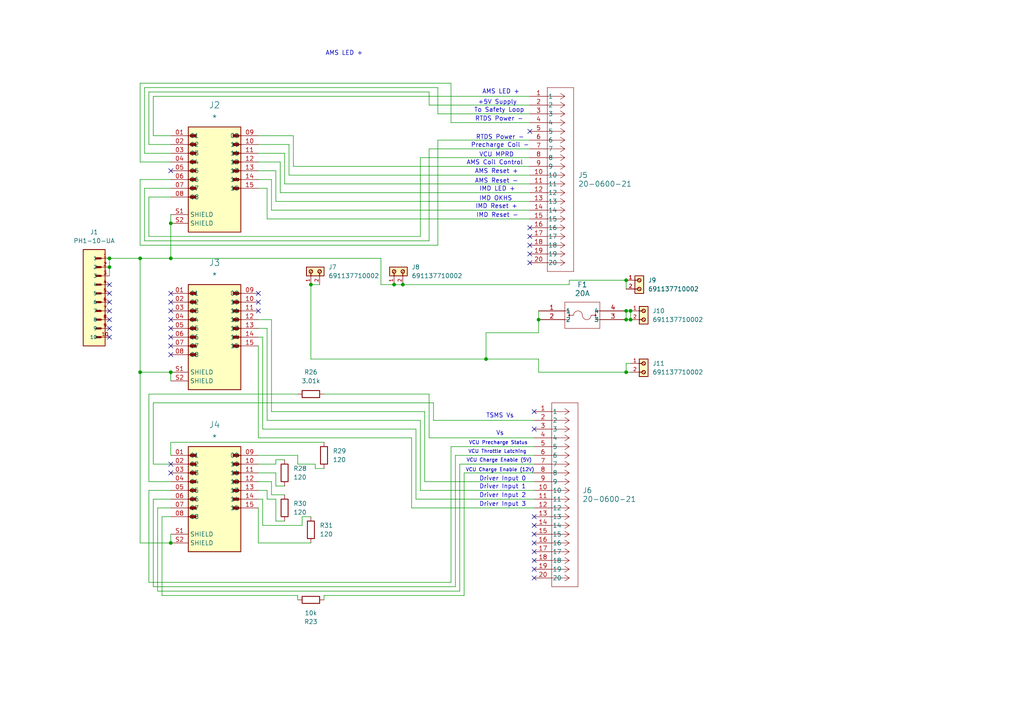
<source format=kicad_sch>
(kicad_sch (version 20231120) (generator "eeschema") (generator_version "8.0")
  (paper "A4")
  (lib_symbols
    (symbol "20-0600-21:20-0600-21" (pin_names (offset 0.254))
      (property "Reference" "J" (at 8.89 6.35 0))
      (property "Value" "20-0600-21" (at 0 0 0))
      (symbol "20-0600-21_1_1"
        (polyline (pts (xy 5.08 -50.8) (xy 12.7 -50.8)) (stroke (width 0.127)))
        (polyline (pts (xy 5.08 2.54) (xy 5.08 -50.8)) (stroke (width 0.127)))
        (polyline (pts (xy 10.16 -48.26) (xy 5.08 -48.26)) (stroke (width 0.127)))
        (polyline (pts (xy 10.16 -48.26) (xy 8.89 -49.1067)) (stroke (width 0.127)))
        (polyline (pts (xy 10.16 -48.26) (xy 8.89 -47.4133)) (stroke (width 0.127)))
        (polyline (pts (xy 10.16 -45.72) (xy 5.08 -45.72)) (stroke (width 0.127)))
        (polyline (pts (xy 10.16 -45.72) (xy 8.89 -46.5667)) (stroke (width 0.127)))
        (polyline (pts (xy 10.16 -45.72) (xy 8.89 -44.8733)) (stroke (width 0.127)))
        (polyline (pts (xy 10.16 -43.18) (xy 5.08 -43.18)) (stroke (width 0.127)))
        (polyline (pts (xy 10.16 -43.18) (xy 8.89 -44.0267)) (stroke (width 0.127)))
        (polyline (pts (xy 10.16 -43.18) (xy 8.89 -42.3333)) (stroke (width 0.127)))
        (polyline (pts (xy 10.16 -40.64) (xy 5.08 -40.64)) (stroke (width 0.127)))
        (polyline (pts (xy 10.16 -40.64) (xy 8.89 -41.4867)) (stroke (width 0.127)))
        (polyline (pts (xy 10.16 -40.64) (xy 8.89 -39.7933)) (stroke (width 0.127)))
        (polyline (pts (xy 10.16 -38.1) (xy 5.08 -38.1)) (stroke (width 0.127)))
        (polyline (pts (xy 10.16 -38.1) (xy 8.89 -38.9467)) (stroke (width 0.127)))
        (polyline (pts (xy 10.16 -38.1) (xy 8.89 -37.2533)) (stroke (width 0.127)))
        (polyline (pts (xy 10.16 -35.56) (xy 5.08 -35.56)) (stroke (width 0.127)))
        (polyline (pts (xy 10.16 -35.56) (xy 8.89 -36.4067)) (stroke (width 0.127)))
        (polyline (pts (xy 10.16 -35.56) (xy 8.89 -34.7133)) (stroke (width 0.127)))
        (polyline (pts (xy 10.16 -33.02) (xy 5.08 -33.02)) (stroke (width 0.127)))
        (polyline (pts (xy 10.16 -33.02) (xy 8.89 -33.8667)) (stroke (width 0.127)))
        (polyline (pts (xy 10.16 -33.02) (xy 8.89 -32.1733)) (stroke (width 0.127)))
        (polyline (pts (xy 10.16 -30.48) (xy 5.08 -30.48)) (stroke (width 0.127)))
        (polyline (pts (xy 10.16 -30.48) (xy 8.89 -31.3267)) (stroke (width 0.127)))
        (polyline (pts (xy 10.16 -30.48) (xy 8.89 -29.6333)) (stroke (width 0.127)))
        (polyline (pts (xy 10.16 -27.94) (xy 5.08 -27.94)) (stroke (width 0.127)))
        (polyline (pts (xy 10.16 -27.94) (xy 8.89 -28.7867)) (stroke (width 0.127)))
        (polyline (pts (xy 10.16 -27.94) (xy 8.89 -27.0933)) (stroke (width 0.127)))
        (polyline (pts (xy 10.16 -25.4) (xy 5.08 -25.4)) (stroke (width 0.127)))
        (polyline (pts (xy 10.16 -25.4) (xy 8.89 -26.2467)) (stroke (width 0.127)))
        (polyline (pts (xy 10.16 -25.4) (xy 8.89 -24.5533)) (stroke (width 0.127)))
        (polyline (pts (xy 10.16 -22.86) (xy 5.08 -22.86)) (stroke (width 0.127)))
        (polyline (pts (xy 10.16 -22.86) (xy 8.89 -23.7067)) (stroke (width 0.127)))
        (polyline (pts (xy 10.16 -22.86) (xy 8.89 -22.0133)) (stroke (width 0.127)))
        (polyline (pts (xy 10.16 -20.32) (xy 5.08 -20.32)) (stroke (width 0.127)))
        (polyline (pts (xy 10.16 -20.32) (xy 8.89 -21.1667)) (stroke (width 0.127)))
        (polyline (pts (xy 10.16 -20.32) (xy 8.89 -19.4733)) (stroke (width 0.127)))
        (polyline (pts (xy 10.16 -17.78) (xy 5.08 -17.78)) (stroke (width 0.127)))
        (polyline (pts (xy 10.16 -17.78) (xy 8.89 -18.6267)) (stroke (width 0.127)))
        (polyline (pts (xy 10.16 -17.78) (xy 8.89 -16.9333)) (stroke (width 0.127)))
        (polyline (pts (xy 10.16 -15.24) (xy 5.08 -15.24)) (stroke (width 0.127)))
        (polyline (pts (xy 10.16 -15.24) (xy 8.89 -16.0867)) (stroke (width 0.127)))
        (polyline (pts (xy 10.16 -15.24) (xy 8.89 -14.3933)) (stroke (width 0.127)))
        (polyline (pts (xy 10.16 -12.7) (xy 5.08 -12.7)) (stroke (width 0.127)))
        (polyline (pts (xy 10.16 -12.7) (xy 8.89 -13.5467)) (stroke (width 0.127)))
        (polyline (pts (xy 10.16 -12.7) (xy 8.89 -11.8533)) (stroke (width 0.127)))
        (polyline (pts (xy 10.16 -10.16) (xy 5.08 -10.16)) (stroke (width 0.127)))
        (polyline (pts (xy 10.16 -10.16) (xy 8.89 -11.0067)) (stroke (width 0.127)))
        (polyline (pts (xy 10.16 -10.16) (xy 8.89 -9.3133)) (stroke (width 0.127)))
        (polyline (pts (xy 10.16 -7.62) (xy 5.08 -7.62)) (stroke (width 0.127)))
        (polyline (pts (xy 10.16 -7.62) (xy 8.89 -8.4667)) (stroke (width 0.127)))
        (polyline (pts (xy 10.16 -7.62) (xy 8.89 -6.7733)) (stroke (width 0.127)))
        (polyline (pts (xy 10.16 -5.08) (xy 5.08 -5.08)) (stroke (width 0.127)))
        (polyline (pts (xy 10.16 -5.08) (xy 8.89 -5.9267)) (stroke (width 0.127)))
        (polyline (pts (xy 10.16 -5.08) (xy 8.89 -4.2333)) (stroke (width 0.127)))
        (polyline (pts (xy 10.16 -2.54) (xy 5.08 -2.54)) (stroke (width 0.127)))
        (polyline (pts (xy 10.16 -2.54) (xy 8.89 -3.3867)) (stroke (width 0.127)))
        (polyline (pts (xy 10.16 -2.54) (xy 8.89 -1.6933)) (stroke (width 0.127)))
        (polyline (pts (xy 10.16 0) (xy 5.08 0)) (stroke (width 0.127)))
        (polyline (pts (xy 10.16 0) (xy 8.89 -0.8467)) (stroke (width 0.127)))
        (polyline (pts (xy 10.16 0) (xy 8.89 0.8467)) (stroke (width 0.127)))
        (polyline (pts (xy 12.7 -50.8) (xy 12.7 2.54)) (stroke (width 0.127)))
        (polyline (pts (xy 12.7 2.54) (xy 5.08 2.54)) (stroke (width 0.127)))
        (pin unspecified line (at 0 0 0) (length 5.08) (name "1") (number "1"))
        (pin unspecified line (at 0 -22.86 0) (length 5.08) (name "10") (number "10"))
        (pin unspecified line (at 0 -25.4 0) (length 5.08) (name "11") (number "11"))
        (pin unspecified line (at 0 -27.94 0) (length 5.08) (name "12") (number "12"))
        (pin unspecified line (at 0 -30.48 0) (length 5.08) (name "13") (number "13"))
        (pin unspecified line (at 0 -33.02 0) (length 5.08) (name "14") (number "14"))
        (pin unspecified line (at 0 -35.56 0) (length 5.08) (name "15") (number "15"))
        (pin unspecified line (at 0 -38.1 0) (length 5.08) (name "16") (number "16"))
        (pin unspecified line (at 0 -40.64 0) (length 5.08) (name "17") (number "17"))
        (pin unspecified line (at 0 -43.18 0) (length 5.08) (name "18") (number "18"))
        (pin unspecified line (at 0 -45.72 0) (length 5.08) (name "19") (number "19"))
        (pin unspecified line (at 0 -2.54 0) (length 5.08) (name "2") (number "2"))
        (pin unspecified line (at 0 -48.26 0) (length 5.08) (name "20") (number "20"))
        (pin unspecified line (at 0 -5.08 0) (length 5.08) (name "3") (number "3"))
        (pin unspecified line (at 0 -7.62 0) (length 5.08) (name "4") (number "4"))
        (pin unspecified line (at 0 -10.16 0) (length 5.08) (name "5") (number "5"))
        (pin unspecified line (at 0 -12.7 0) (length 5.08) (name "6") (number "6"))
        (pin unspecified line (at 0 -15.24 0) (length 5.08) (name "7") (number "7"))
        (pin unspecified line (at 0 -17.78 0) (length 5.08) (name "8") (number "8"))
        (pin unspecified line (at 0 -20.32 0) (length 5.08) (name "9") (number "9"))
      )
      (symbol "20-0600-21_1_2"
        (polyline (pts (xy 5.08 -50.8) (xy 12.7 -50.8)) (stroke (width 0.127)))
        (polyline (pts (xy 5.08 2.54) (xy 5.08 -50.8)) (stroke (width 0.127)))
        (polyline (pts (xy 7.62 -48.26) (xy 5.08 -48.26)) (stroke (width 0.127)))
        (polyline (pts (xy 7.62 -48.26) (xy 8.89 -49.1067)) (stroke (width 0.127)))
        (polyline (pts (xy 7.62 -48.26) (xy 8.89 -47.4133)) (stroke (width 0.127)))
        (polyline (pts (xy 7.62 -45.72) (xy 5.08 -45.72)) (stroke (width 0.127)))
        (polyline (pts (xy 7.62 -45.72) (xy 8.89 -46.5667)) (stroke (width 0.127)))
        (polyline (pts (xy 7.62 -45.72) (xy 8.89 -44.8733)) (stroke (width 0.127)))
        (polyline (pts (xy 7.62 -43.18) (xy 5.08 -43.18)) (stroke (width 0.127)))
        (polyline (pts (xy 7.62 -43.18) (xy 8.89 -44.0267)) (stroke (width 0.127)))
        (polyline (pts (xy 7.62 -43.18) (xy 8.89 -42.3333)) (stroke (width 0.127)))
        (polyline (pts (xy 7.62 -40.64) (xy 5.08 -40.64)) (stroke (width 0.127)))
        (polyline (pts (xy 7.62 -40.64) (xy 8.89 -41.4867)) (stroke (width 0.127)))
        (polyline (pts (xy 7.62 -40.64) (xy 8.89 -39.7933)) (stroke (width 0.127)))
        (polyline (pts (xy 7.62 -38.1) (xy 5.08 -38.1)) (stroke (width 0.127)))
        (polyline (pts (xy 7.62 -38.1) (xy 8.89 -38.9467)) (stroke (width 0.127)))
        (polyline (pts (xy 7.62 -38.1) (xy 8.89 -37.2533)) (stroke (width 0.127)))
        (polyline (pts (xy 7.62 -35.56) (xy 5.08 -35.56)) (stroke (width 0.127)))
        (polyline (pts (xy 7.62 -35.56) (xy 8.89 -36.4067)) (stroke (width 0.127)))
        (polyline (pts (xy 7.62 -35.56) (xy 8.89 -34.7133)) (stroke (width 0.127)))
        (polyline (pts (xy 7.62 -33.02) (xy 5.08 -33.02)) (stroke (width 0.127)))
        (polyline (pts (xy 7.62 -33.02) (xy 8.89 -33.8667)) (stroke (width 0.127)))
        (polyline (pts (xy 7.62 -33.02) (xy 8.89 -32.1733)) (stroke (width 0.127)))
        (polyline (pts (xy 7.62 -30.48) (xy 5.08 -30.48)) (stroke (width 0.127)))
        (polyline (pts (xy 7.62 -30.48) (xy 8.89 -31.3267)) (stroke (width 0.127)))
        (polyline (pts (xy 7.62 -30.48) (xy 8.89 -29.6333)) (stroke (width 0.127)))
        (polyline (pts (xy 7.62 -27.94) (xy 5.08 -27.94)) (stroke (width 0.127)))
        (polyline (pts (xy 7.62 -27.94) (xy 8.89 -28.7867)) (stroke (width 0.127)))
        (polyline (pts (xy 7.62 -27.94) (xy 8.89 -27.0933)) (stroke (width 0.127)))
        (polyline (pts (xy 7.62 -25.4) (xy 5.08 -25.4)) (stroke (width 0.127)))
        (polyline (pts (xy 7.62 -25.4) (xy 8.89 -26.2467)) (stroke (width 0.127)))
        (polyline (pts (xy 7.62 -25.4) (xy 8.89 -24.5533)) (stroke (width 0.127)))
        (polyline (pts (xy 7.62 -22.86) (xy 5.08 -22.86)) (stroke (width 0.127)))
        (polyline (pts (xy 7.62 -22.86) (xy 8.89 -23.7067)) (stroke (width 0.127)))
        (polyline (pts (xy 7.62 -22.86) (xy 8.89 -22.0133)) (stroke (width 0.127)))
        (polyline (pts (xy 7.62 -20.32) (xy 5.08 -20.32)) (stroke (width 0.127)))
        (polyline (pts (xy 7.62 -20.32) (xy 8.89 -21.1667)) (stroke (width 0.127)))
        (polyline (pts (xy 7.62 -20.32) (xy 8.89 -19.4733)) (stroke (width 0.127)))
        (polyline (pts (xy 7.62 -17.78) (xy 5.08 -17.78)) (stroke (width 0.127)))
        (polyline (pts (xy 7.62 -17.78) (xy 8.89 -18.6267)) (stroke (width 0.127)))
        (polyline (pts (xy 7.62 -17.78) (xy 8.89 -16.9333)) (stroke (width 0.127)))
        (polyline (pts (xy 7.62 -15.24) (xy 5.08 -15.24)) (stroke (width 0.127)))
        (polyline (pts (xy 7.62 -15.24) (xy 8.89 -16.0867)) (stroke (width 0.127)))
        (polyline (pts (xy 7.62 -15.24) (xy 8.89 -14.3933)) (stroke (width 0.127)))
        (polyline (pts (xy 7.62 -12.7) (xy 5.08 -12.7)) (stroke (width 0.127)))
        (polyline (pts (xy 7.62 -12.7) (xy 8.89 -13.5467)) (stroke (width 0.127)))
        (polyline (pts (xy 7.62 -12.7) (xy 8.89 -11.8533)) (stroke (width 0.127)))
        (polyline (pts (xy 7.62 -10.16) (xy 5.08 -10.16)) (stroke (width 0.127)))
        (polyline (pts (xy 7.62 -10.16) (xy 8.89 -11.0067)) (stroke (width 0.127)))
        (polyline (pts (xy 7.62 -10.16) (xy 8.89 -9.3133)) (stroke (width 0.127)))
        (polyline (pts (xy 7.62 -7.62) (xy 5.08 -7.62)) (stroke (width 0.127)))
        (polyline (pts (xy 7.62 -7.62) (xy 8.89 -8.4667)) (stroke (width 0.127)))
        (polyline (pts (xy 7.62 -7.62) (xy 8.89 -6.7733)) (stroke (width 0.127)))
        (polyline (pts (xy 7.62 -5.08) (xy 5.08 -5.08)) (stroke (width 0.127)))
        (polyline (pts (xy 7.62 -5.08) (xy 8.89 -5.9267)) (stroke (width 0.127)))
        (polyline (pts (xy 7.62 -5.08) (xy 8.89 -4.2333)) (stroke (width 0.127)))
        (polyline (pts (xy 7.62 -2.54) (xy 5.08 -2.54)) (stroke (width 0.127)))
        (polyline (pts (xy 7.62 -2.54) (xy 8.89 -3.3867)) (stroke (width 0.127)))
        (polyline (pts (xy 7.62 -2.54) (xy 8.89 -1.6933)) (stroke (width 0.127)))
        (polyline (pts (xy 7.62 0) (xy 5.08 0)) (stroke (width 0.127)))
        (polyline (pts (xy 7.62 0) (xy 8.89 -0.8467)) (stroke (width 0.127)))
        (polyline (pts (xy 7.62 0) (xy 8.89 0.8467)) (stroke (width 0.127)))
        (polyline (pts (xy 12.7 -50.8) (xy 12.7 2.54)) (stroke (width 0.127)))
        (polyline (pts (xy 12.7 2.54) (xy 5.08 2.54)) (stroke (width 0.127)))
        (pin unspecified line (at 0 0 0) (length 5.08) (name "1") (number "1"))
        (pin unspecified line (at 0 -22.86 0) (length 5.08) (name "10") (number "10"))
        (pin unspecified line (at 0 -25.4 0) (length 5.08) (name "11") (number "11"))
        (pin unspecified line (at 0 -27.94 0) (length 5.08) (name "12") (number "12"))
        (pin unspecified line (at 0 -30.48 0) (length 5.08) (name "13") (number "13"))
        (pin unspecified line (at 0 -33.02 0) (length 5.08) (name "14") (number "14"))
        (pin unspecified line (at 0 -35.56 0) (length 5.08) (name "15") (number "15"))
        (pin unspecified line (at 0 -38.1 0) (length 5.08) (name "16") (number "16"))
        (pin unspecified line (at 0 -40.64 0) (length 5.08) (name "17") (number "17"))
        (pin unspecified line (at 0 -43.18 0) (length 5.08) (name "18") (number "18"))
        (pin unspecified line (at 0 -45.72 0) (length 5.08) (name "19") (number "19"))
        (pin unspecified line (at 0 -2.54 0) (length 5.08) (name "2") (number "2"))
        (pin unspecified line (at 0 -48.26 0) (length 5.08) (name "20") (number "20"))
        (pin unspecified line (at 0 -5.08 0) (length 5.08) (name "3") (number "3"))
        (pin unspecified line (at 0 -7.62 0) (length 5.08) (name "4") (number "4"))
        (pin unspecified line (at 0 -10.16 0) (length 5.08) (name "5") (number "5"))
        (pin unspecified line (at 0 -12.7 0) (length 5.08) (name "6") (number "6"))
        (pin unspecified line (at 0 -15.24 0) (length 5.08) (name "7") (number "7"))
        (pin unspecified line (at 0 -17.78 0) (length 5.08) (name "8") (number "8"))
        (pin unspecified line (at 0 -20.32 0) (length 5.08) (name "9") (number "9"))
      )
    )
    (symbol "3568:3568" (pin_names (offset 0.254))
      (property "Reference" "F" (at 12.7 7.62 0))
      (property "Value" "3568" (at 12.7 5.08 0))
      (symbol "3568_0_1"
        (polyline (pts (xy 7.62 -5.08) (xy 17.78 -5.08)) (stroke (width 0.127)))
        (polyline (pts (xy 7.62 -2.54) (xy 8.89 -2.54)) (stroke (width 0.127)))
        (polyline (pts (xy 7.62 0) (xy 8.89 0)) (stroke (width 0.127)))
        (polyline (pts (xy 7.62 2.54) (xy 7.62 -5.08)) (stroke (width 0.127)))
        (polyline (pts (xy 8.89 -1.27) (xy 10.16 -1.27)) (stroke (width 0.127)))
        (polyline (pts (xy 8.89 0) (xy 8.89 -2.54)) (stroke (width 0.127)))
        (polyline (pts (xy 15.24 -1.27) (xy 16.51 -1.27)) (stroke (width 0.127)))
        (polyline (pts (xy 16.51 -2.54) (xy 16.51 0)) (stroke (width 0.127)))
        (polyline (pts (xy 16.51 0) (xy 17.78 0)) (stroke (width 0.127)))
        (polyline (pts (xy 17.78 -5.08) (xy 17.78 2.54)) (stroke (width 0.127)))
        (polyline (pts (xy 17.78 -2.54) (xy 16.51 -2.54)) (stroke (width 0.127)))
        (polyline (pts (xy 17.78 2.54) (xy 7.62 2.54)) (stroke (width 0.127)))
        (circle (center 8.89 -1.27) (radius 0.127) (stroke (width 0.254)))
        (arc (start 12.7 -1.27) (mid 11.43 -0.0055) (end 10.16 -1.27) (stroke (width 0.127)))
        (arc (start 12.7 -1.27) (mid 13.97 -2.5344) (end 15.24 -1.27) (stroke (width 0.127)))
        (circle (center 16.51 -1.27) (radius 0.127) (stroke (width 0.254)))
        (pin unspecified line (at 0 0 0) (length 7.62) (name "1") (number "1"))
        (pin unspecified line (at 0 -2.54 0) (length 7.62) (name "2") (number "2"))
        (pin unspecified line (at 25.4 -2.54 180) (length 7.62) (name "3") (number "3"))
        (pin unspecified line (at 25.4 0 180) (length 7.62) (name "4") (number "4"))
      )
    )
    (symbol "691137710002:691137710002" (pin_names (offset 1.016))
      (property "Reference" "J" (at -4.88 -0.922 0))
      (symbol "691137710002_0_0"
        (rectangle (start -3.81 -2.54) (end 1.27 0) (stroke (width 0.254)) (fill (type background)))
        (circle (center -2.54 -1.27) (radius 0.508) (stroke (width 0.254)))
        (circle (center 0 -1.27) (radius 0.508) (stroke (width 0.254)))
        (polyline (pts (xy -2.54 -1.778) (xy -2.54 -2.54)) (stroke (width 0.254)))
        (polyline (pts (xy -2.286 -1.016) (xy -2.794 -1.524)) (stroke (width 0.1524)))
        (polyline (pts (xy 0 -1.778) (xy 0 -2.54)) (stroke (width 0.254)))
        (polyline (pts (xy 0.254 -1.016) (xy -0.254 -1.524)) (stroke (width 0.1524)))
        (pin passive line (at -2.54 -5.08 90) (length 2.54) (name "~") (number "1"))
        (pin passive line (at 0 -5.08 90) (length 2.54) (name "~") (number "2"))
      )
    )
    (symbol "Device:R" (pin_numbers hide) (pin_names (offset 0))
      (property "Reference" "R" (at 2.032 0 90))
      (property "Value" "R" (at 0 0 90))
      (symbol "R_0_1"
        (rectangle (start -1.016 -2.54) (end 1.016 2.54) (stroke (width 0.254)))
      )
      (symbol "R_1_1"
        (pin passive line (at 0 3.81 270) (length 1.27) (name "~") (number "1"))
        (pin passive line (at 0 -3.81 90) (length 1.27) (name "~") (number "2"))
      )
    )
    (symbol "L717SDA15P1ACH4F:L717SDA15P1ACH4F"
      (property "Reference" "J" (at -1.27 1.27 0))
      (property "Value" "*" (at -1.27 -3.81 0))
      (symbol "L717SDA15P1ACH4F_1_0"
        (rectangle (start -5.398 -7.303) (end -6.985 -7.938) (stroke (width 0.254)) (fill (type outline)))
        (rectangle (start -5.398 -4.763) (end -6.985 -5.398) (stroke (width 0.254)) (fill (type outline)))
        (rectangle (start -5.398 -2.223) (end -6.985 -2.858) (stroke (width 0.254)) (fill (type outline)))
        (rectangle (start -5.398 0.318) (end -6.985 -0.318) (stroke (width 0.254)) (fill (type outline)))
        (rectangle (start -5.398 2.858) (end -6.985 2.223) (stroke (width 0.254)) (fill (type outline)))
        (rectangle (start -5.398 5.398) (end -6.985 4.763) (stroke (width 0.254)) (fill (type outline)))
        (rectangle (start -5.398 7.938) (end -6.985 7.303) (stroke (width 0.254)) (fill (type outline)))
        (rectangle (start -5.398 10.478) (end -6.985 9.843) (stroke (width 0.254)) (fill (type outline)))
        (polyline (pts (xy -7.62 -7.62) (xy -5.715 -7.62)) (stroke (width 0.254)))
        (polyline (pts (xy -7.62 -5.08) (xy -5.715 -5.08)) (stroke (width 0.254)))
        (polyline (pts (xy -7.62 -2.54) (xy -5.715 -2.54)) (stroke (width 0.254)))
        (polyline (pts (xy -7.62 0) (xy -5.715 0)) (stroke (width 0.254)))
        (polyline (pts (xy -7.62 2.54) (xy -5.715 2.54)) (stroke (width 0.254)))
        (polyline (pts (xy -7.62 5.08) (xy -5.715 5.08)) (stroke (width 0.254)))
        (polyline (pts (xy -7.62 7.62) (xy -5.715 7.62)) (stroke (width 0.254)))
        (polyline (pts (xy -7.62 10.16) (xy -5.715 10.16)) (stroke (width 0.254)))
        (polyline (pts (xy 7.62 -5.08) (xy 5.715 -5.08)) (stroke (width 0.254)))
        (polyline (pts (xy 7.62 -2.54) (xy 5.715 -2.54)) (stroke (width 0.254)))
        (polyline (pts (xy 7.62 0) (xy 5.715 0)) (stroke (width 0.254)))
        (polyline (pts (xy 7.62 2.54) (xy 5.715 2.54)) (stroke (width 0.254)))
        (polyline (pts (xy 7.62 5.08) (xy 5.715 5.08)) (stroke (width 0.254)))
        (polyline (pts (xy 7.62 7.62) (xy 5.715 7.62)) (stroke (width 0.254)))
        (polyline (pts (xy 7.62 10.16) (xy 5.715 10.16)) (stroke (width 0.254)))
        (rectangle (start 5.398 -5.398) (end 6.985 -4.763) (stroke (width 0.254)) (fill (type outline)))
        (rectangle (start 5.398 -2.858) (end 6.985 -2.223) (stroke (width 0.254)) (fill (type outline)))
        (rectangle (start 5.398 -0.318) (end 6.985 0.318) (stroke (width 0.254)) (fill (type outline)))
        (rectangle (start 5.398 2.223) (end 6.985 2.858) (stroke (width 0.254)) (fill (type outline)))
        (rectangle (start 5.398 4.763) (end 6.985 5.398) (stroke (width 0.254)) (fill (type outline)))
        (rectangle (start 5.398 7.303) (end 6.985 7.938) (stroke (width 0.254)) (fill (type outline)))
        (rectangle (start 5.398 9.843) (end 6.985 10.478) (stroke (width 0.254)) (fill (type outline)))
        (rectangle (start 7.62 12.7) (end -7.62 -17.78) (stroke (width 0.254) (color 128 0 0 1)) (fill (type background)))
        (pin passive line (at -12.7 10.16 0) (length 5.08) (name "01") (number "01"))
        (pin passive line (at -12.7 7.62 0) (length 5.08) (name "02") (number "02"))
        (pin passive line (at -12.7 5.08 0) (length 5.08) (name "03") (number "03"))
        (pin passive line (at -12.7 2.54 0) (length 5.08) (name "04") (number "04"))
        (pin passive line (at -12.7 0 0) (length 5.08) (name "05") (number "05"))
        (pin passive line (at -12.7 -2.54 0) (length 5.08) (name "06") (number "06"))
        (pin passive line (at -12.7 -5.08 0) (length 5.08) (name "07") (number "07"))
        (pin passive line (at -12.7 -7.62 0) (length 5.08) (name "08") (number "08"))
        (pin passive line (at 12.7 10.16 180) (length 5.08) (name "09") (number "09"))
        (pin passive line (at 12.7 7.62 180) (length 5.08) (name "10") (number "10"))
        (pin passive line (at 12.7 5.08 180) (length 5.08) (name "11") (number "11"))
        (pin passive line (at 12.7 2.54 180) (length 5.08) (name "12") (number "12"))
        (pin passive line (at 12.7 0 180) (length 5.08) (name "13") (number "13"))
        (pin passive line (at 12.7 -2.54 180) (length 5.08) (name "14") (number "14"))
        (pin passive line (at 12.7 -5.08 180) (length 5.08) (name "15") (number "15"))
        (pin passive line (at -12.7 -12.7 0) (length 5.08) (name "SHIELD") (number "S1"))
        (pin passive line (at -12.7 -15.24 0) (length 5.08) (name "SHIELD") (number "S2"))
      )
    )
    (symbol "PH1-10-UA:PH1-10-UA" (pin_names (offset 1.016))
      (property "Reference" "J" (at 0 28.448 0))
      (property "Value" "PH1-10-UA" (at 0 0 0))
      (symbol "PH1-10-UA_0_0"
        (polyline (pts (xy 3.81 2.54) (xy 5.08 2.54)) (stroke (width 0.6096)))
        (polyline (pts (xy 3.81 5.08) (xy 5.08 5.08)) (stroke (width 0.6096)))
        (polyline (pts (xy 3.81 7.62) (xy 5.08 7.62)) (stroke (width 0.6096)))
        (polyline (pts (xy 3.81 10.16) (xy 5.08 10.16)) (stroke (width 0.6096)))
        (polyline (pts (xy 3.81 12.7) (xy 5.08 12.7)) (stroke (width 0.6096)))
        (polyline (pts (xy 3.81 15.24) (xy 5.08 15.24)) (stroke (width 0.6096)))
        (polyline (pts (xy 3.81 17.78) (xy 5.08 17.78)) (stroke (width 0.6096)))
        (polyline (pts (xy 3.81 20.32) (xy 5.08 20.32)) (stroke (width 0.6096)))
        (polyline (pts (xy 3.81 22.86) (xy 5.08 22.86)) (stroke (width 0.6096)))
        (polyline (pts (xy 3.81 25.4) (xy 5.08 25.4)) (stroke (width 0.6096)))
        (rectangle (start 0 0) (end 6.35 27.94) (stroke (width 0.254)) (fill (type background)))
        (pin passive line (at 7.62 25.4 180) (length 2.54) (name "1") (number "1"))
        (pin passive line (at 7.62 2.54 180) (length 2.54) (name "10") (number "10"))
        (pin passive line (at 7.62 22.86 180) (length 2.54) (name "2") (number "2"))
        (pin passive line (at 7.62 20.32 180) (length 2.54) (name "3") (number "3"))
        (pin passive line (at 7.62 17.78 180) (length 2.54) (name "4") (number "4"))
        (pin passive line (at 7.62 15.24 180) (length 2.54) (name "5") (number "5"))
        (pin passive line (at 7.62 12.7 180) (length 2.54) (name "6") (number "6"))
        (pin passive line (at 7.62 10.16 180) (length 2.54) (name "7") (number "7"))
        (pin passive line (at 7.62 7.62 180) (length 2.54) (name "8") (number "8"))
        (pin passive line (at 7.62 5.08 180) (length 2.54) (name "9") (number "9"))
      )
    )
  )
  (junction (at 90.17 82.55))
  (junction (at 49.53 74.93))
  (junction (at 181.61 90.17))
  (junction (at 31.75 74.93))
  (junction (at 114.3 82.55))
  (junction (at 182.88 90.17))
  (junction (at 181.61 107.95))
  (junction (at 156.21 92.71))
  (junction (at 140.97 104.14))
  (junction (at 49.53 157.48))
  (junction (at 116.84 82.55))
  (junction (at 40.64 74.93))
  (junction (at 181.61 81.28))
  (junction (at 40.64 107.95))
  (junction (at 49.53 64.77))
  (junction (at 181.61 92.71))
  (junction (at 49.53 107.95))
  (junction (at 182.88 92.71))
  (junction (at 31.75 77.47))
  (no_connect (at 153.67 38.1))
  (no_connect (at 153.67 68.58))
  (no_connect (at 49.53 100.33))
  (no_connect (at 31.75 95.25))
  (no_connect (at 49.53 85.09))
  (no_connect (at 49.53 90.17))
  (no_connect (at 153.67 76.2))
  (no_connect (at 74.93 87.63))
  (no_connect (at 31.75 97.79))
  (no_connect (at 74.93 90.17))
  (no_connect (at 154.94 157.48))
  (no_connect (at 49.53 87.63))
  (no_connect (at 49.53 134.62))
  (no_connect (at 74.93 85.09))
  (no_connect (at 31.75 92.71))
  (no_connect (at 31.75 87.63))
  (no_connect (at 49.53 92.71))
  (no_connect (at 49.53 95.25))
  (no_connect (at 154.94 149.86))
  (no_connect (at 153.67 71.12))
  (no_connect (at 31.75 85.09))
  (no_connect (at 154.94 154.94))
  (no_connect (at 153.67 73.66))
  (no_connect (at 154.94 165.1))
  (no_connect (at 49.53 137.16))
  (no_connect (at 153.67 66.04))
  (no_connect (at 154.94 160.02))
  (no_connect (at 154.94 152.4))
  (no_connect (at 154.94 167.64))
  (no_connect (at 49.53 49.53))
  (no_connect (at 31.75 90.17))
  (no_connect (at 31.75 82.55))
  (no_connect (at 49.53 97.79))
  (no_connect (at 154.94 119.38))
  (no_connect (at 154.94 124.46))
  (no_connect (at 49.53 102.87))
  (no_connect (at 154.94 162.56))
  (wire (pts (xy 74.93 142.24) (xy 77.47 142.24)))
  (wire (pts (xy 124.46 127) (xy 154.94 127)))
  (wire (pts (xy 40.64 74.93) (xy 40.64 107.95)))
  (wire (pts (xy 76.2 97.79) (xy 76.2 124.46)))
  (wire (pts (xy 49.53 74.93) (xy 40.64 74.93)))
  (wire (pts (xy 74.93 54.61) (xy 77.47 54.61)))
  (wire (pts (xy 121.92 45.72) (xy 153.67 45.72)))
  (wire (pts (xy 41.91 44.45) (xy 41.91 25.4)))
  (wire (pts (xy 49.53 39.37) (xy 44.45 39.37)))
  (wire (pts (xy 74.93 137.16) (xy 80.01 137.16)))
  (wire (pts (xy 127 40.64) (xy 153.67 40.64)))
  (wire (pts (xy 74.93 144.78) (xy 76.2 144.78)))
  (wire (pts (xy 77.47 95.25) (xy 77.47 121.92)))
  (wire (pts (xy 74.93 41.91) (xy 83.82 41.91)))
  (wire (pts (xy 181.61 107.95) (xy 182.88 107.95)))
  (wire (pts (xy 74.93 95.25) (xy 77.47 95.25)))
  (wire (pts (xy 41.91 54.61) (xy 41.91 69.85)))
  (wire (pts (xy 165.1 81.28) (xy 181.61 81.28)))
  (wire (pts (xy 43.18 57.15) (xy 43.18 68.58)))
  (wire (pts (xy 127 33.02) (xy 153.67 33.02)))
  (wire (pts (xy 74.93 97.79) (xy 76.2 97.79)))
  (wire (pts (xy 124.46 69.85) (xy 124.46 43.18)))
  (wire (pts (xy 40.64 46.99) (xy 40.64 24.13)))
  (wire (pts (xy 181.61 105.41) (xy 182.88 105.41)))
  (wire (pts (xy 78.74 119.38) (xy 123.19 119.38)))
  (wire (pts (xy 49.53 64.77) (xy 49.53 74.93)))
  (wire (pts (xy 86.36 172.72) (xy 86.36 173.99)))
  (wire (pts (xy 87.63 149.86) (xy 90.17 149.86)))
  (wire (pts (xy 49.53 46.99) (xy 40.64 46.99)))
  (wire (pts (xy 41.91 25.4) (xy 127 25.4)))
  (wire (pts (xy 130.81 24.13) (xy 130.81 35.56)))
  (wire (pts (xy 74.93 52.07) (xy 78.74 52.07)))
  (wire (pts (xy 78.74 52.07) (xy 78.74 60.96)))
  (wire (pts (xy 124.46 30.48) (xy 153.67 30.48)))
  (wire (pts (xy 49.53 149.86) (xy 46.99 149.86)))
  (wire (pts (xy 93.98 172.72) (xy 93.98 173.99)))
  (wire (pts (xy 110.49 82.55) (xy 110.49 74.93)))
  (wire (pts (xy 49.53 107.95) (xy 49.53 110.49)))
  (wire (pts (xy 153.67 53.34) (xy 82.55 53.34)))
  (wire (pts (xy 133.35 171.45) (xy 133.35 134.62)))
  (wire (pts (xy 165.1 82.55) (xy 165.1 81.28)))
  (wire (pts (xy 49.53 132.08) (xy 49.53 128.27)))
  (wire (pts (xy 121.92 68.58) (xy 121.92 45.72)))
  (wire (pts (xy 49.53 134.62) (xy 44.45 134.62)))
  (wire (pts (xy 181.61 92.71) (xy 182.88 92.71)))
  (wire (pts (xy 77.47 142.24) (xy 77.47 144.78)))
  (wire (pts (xy 110.49 74.93) (xy 49.53 74.93)))
  (wire (pts (xy 140.97 104.14) (xy 156.21 104.14)))
  (wire (pts (xy 49.53 139.7) (xy 43.18 139.7)))
  (wire (pts (xy 121.92 121.92) (xy 121.92 142.24)))
  (wire (pts (xy 127 40.64) (xy 127 71.12)))
  (wire (pts (xy 130.81 35.56) (xy 153.67 35.56)))
  (wire (pts (xy 123.19 119.38) (xy 123.19 139.7)))
  (wire (pts (xy 43.18 168.91) (xy 130.81 168.91)))
  (wire (pts (xy 49.53 54.61) (xy 41.91 54.61)))
  (wire (pts (xy 40.64 52.07) (xy 40.64 71.12)))
  (wire (pts (xy 90.17 82.55) (xy 92.71 82.55)))
  (wire (pts (xy 181.61 105.41) (xy 181.61 107.95)))
  (wire (pts (xy 81.28 46.99) (xy 81.28 55.88)))
  (wire (pts (xy 76.2 124.46) (xy 120.65 124.46)))
  (wire (pts (xy 43.18 114.3) (xy 86.36 114.3)))
  (wire (pts (xy 49.53 144.78) (xy 44.45 144.78)))
  (wire (pts (xy 80.01 133.35) (xy 82.55 133.35)))
  (wire (pts (xy 74.93 92.71) (xy 78.74 92.71)))
  (wire (pts (xy 80.01 144.78) (xy 80.01 151.13)))
  (wire (pts (xy 74.93 157.48) (xy 90.17 157.48)))
  (wire (pts (xy 80.01 151.13) (xy 82.55 151.13)))
  (wire (pts (xy 74.93 134.62) (xy 80.01 134.62)))
  (wire (pts (xy 74.93 132.08) (xy 86.36 132.08)))
  (wire (pts (xy 140.97 104.14) (xy 140.97 96.52)))
  (wire (pts (xy 77.47 144.78) (xy 80.01 144.78)))
  (wire (pts (xy 86.36 132.08) (xy 86.36 134.62)))
  (wire (pts (xy 77.47 121.92) (xy 121.92 121.92)))
  (wire (pts (xy 123.19 139.7) (xy 154.94 139.7)))
  (wire (pts (xy 91.44 134.62) (xy 91.44 135.89)))
  (wire (pts (xy 44.45 27.94) (xy 153.67 27.94)))
  (wire (pts (xy 45.72 147.32) (xy 49.53 147.32)))
  (wire (pts (xy 31.75 74.93) (xy 31.75 77.47)))
  (wire (pts (xy 49.53 44.45) (xy 41.91 44.45)))
  (wire (pts (xy 181.61 90.17) (xy 182.88 90.17)))
  (wire (pts (xy 124.46 26.67) (xy 124.46 30.48)))
  (wire (pts (xy 80.01 58.42) (xy 80.01 49.53)))
  (wire (pts (xy 43.18 139.7) (xy 43.18 114.3)))
  (wire (pts (xy 90.17 82.55) (xy 90.17 104.14)))
  (wire (pts (xy 43.18 41.91) (xy 43.18 26.67)))
  (wire (pts (xy 40.64 107.95) (xy 40.64 157.48)))
  (wire (pts (xy 156.21 107.95) (xy 181.61 107.95)))
  (wire (pts (xy 83.82 50.8) (xy 153.67 50.8)))
  (wire (pts (xy 49.53 62.23) (xy 49.53 64.77)))
  (wire (pts (xy 125.73 121.92) (xy 154.94 121.92)))
  (wire (pts (xy 80.01 134.62) (xy 80.01 133.35)))
  (wire (pts (xy 44.45 170.18) (xy 132.08 170.18)))
  (wire (pts (xy 121.92 142.24) (xy 154.94 142.24)))
  (wire (pts (xy 124.46 114.3) (xy 124.46 127)))
  (wire (pts (xy 49.53 52.07) (xy 40.64 52.07)))
  (wire (pts (xy 49.53 41.91) (xy 43.18 41.91)))
  (wire (pts (xy 74.93 147.32) (xy 74.93 157.48)))
  (wire (pts (xy 182.88 90.17) (xy 182.88 92.71)))
  (wire (pts (xy 74.93 44.45) (xy 82.55 44.45)))
  (wire (pts (xy 44.45 39.37) (xy 44.45 27.94)))
  (wire (pts (xy 74.93 49.53) (xy 80.01 49.53)))
  (wire (pts (xy 134.62 137.16) (xy 154.94 137.16)))
  (wire (pts (xy 153.67 48.26) (xy 85.09 48.26)))
  (wire (pts (xy 133.35 134.62) (xy 154.94 134.62)))
  (wire (pts (xy 91.44 135.89) (xy 93.98 135.89)))
  (wire (pts (xy 85.09 48.26) (xy 85.09 39.37)))
  (wire (pts (xy 74.93 46.99) (xy 81.28 46.99)))
  (wire (pts (xy 49.53 128.27) (xy 93.98 128.27)))
  (wire (pts (xy 181.61 81.28) (xy 181.61 83.82)))
  (wire (pts (xy 74.93 127) (xy 119.38 127)))
  (wire (pts (xy 140.97 96.52) (xy 156.21 96.52)))
  (wire (pts (xy 80.01 140.97) (xy 82.55 140.97)))
  (wire (pts (xy 78.74 60.96) (xy 153.67 60.96)))
  (wire (pts (xy 40.64 157.48) (xy 49.53 157.48)))
  (wire (pts (xy 41.91 69.85) (xy 124.46 69.85)))
  (wire (pts (xy 130.81 129.54) (xy 130.81 168.91)))
  (wire (pts (xy 40.64 24.13) (xy 130.81 24.13)))
  (wire (pts (xy 49.53 57.15) (xy 43.18 57.15)))
  (wire (pts (xy 116.84 82.55) (xy 165.1 82.55)))
  (wire (pts (xy 134.62 172.72) (xy 134.62 137.16)))
  (wire (pts (xy 130.81 129.54) (xy 154.94 129.54)))
  (wire (pts (xy 85.09 39.37) (xy 74.93 39.37)))
  (wire (pts (xy 134.62 172.72) (xy 93.98 172.72)))
  (wire (pts (xy 83.82 41.91) (xy 83.82 50.8)))
  (wire (pts (xy 132.08 170.18) (xy 132.08 132.08)))
  (wire (pts (xy 46.99 149.86) (xy 46.99 172.72)))
  (wire (pts (xy 45.72 171.45) (xy 133.35 171.45)))
  (wire (pts (xy 87.63 152.4) (xy 87.63 149.86)))
  (wire (pts (xy 74.93 127) (xy 74.93 100.33)))
  (wire (pts (xy 119.38 147.32) (xy 154.94 147.32)))
  (wire (pts (xy 125.73 121.92) (xy 125.73 116.84)))
  (wire (pts (xy 120.65 124.46) (xy 120.65 144.78)))
  (wire (pts (xy 124.46 43.18) (xy 153.67 43.18)))
  (wire (pts (xy 76.2 152.4) (xy 87.63 152.4)))
  (wire (pts (xy 49.53 154.94) (xy 49.53 157.48)))
  (wire (pts (xy 132.08 132.08) (xy 154.94 132.08)))
  (wire (pts (xy 74.93 139.7) (xy 78.74 139.7)))
  (wire (pts (xy 43.18 68.58) (xy 121.92 68.58)))
  (wire (pts (xy 93.98 114.3) (xy 124.46 114.3)))
  (wire (pts (xy 120.65 144.78) (xy 154.94 144.78)))
  (wire (pts (xy 43.18 26.67) (xy 124.46 26.67)))
  (wire (pts (xy 81.28 55.88) (xy 153.67 55.88)))
  (wire (pts (xy 153.67 63.5) (xy 77.47 63.5)))
  (wire (pts (xy 31.75 74.93) (xy 40.64 74.93)))
  (wire (pts (xy 82.55 53.34) (xy 82.55 44.45)))
  (wire (pts (xy 127 25.4) (xy 127 33.02)))
  (wire (pts (xy 78.74 139.7) (xy 78.74 143.51)))
  (wire (pts (xy 40.64 71.12) (xy 127 71.12)))
  (wire (pts (xy 125.73 116.84) (xy 44.45 116.84)))
  (wire (pts (xy 76.2 144.78) (xy 76.2 152.4)))
  (wire (pts (xy 44.45 134.62) (xy 44.45 116.84)))
  (wire (pts (xy 78.74 143.51) (xy 82.55 143.51)))
  (wire (pts (xy 114.3 82.55) (xy 110.49 82.55)))
  (wire (pts (xy 44.45 144.78) (xy 44.45 170.18)))
  (wire (pts (xy 40.64 107.95) (xy 49.53 107.95)))
  (wire (pts (xy 80.01 137.16) (xy 80.01 140.97)))
  (wire (pts (xy 46.99 172.72) (xy 86.36 172.72)))
  (wire (pts (xy 156.21 104.14) (xy 156.21 107.95)))
  (wire (pts (xy 119.38 127) (xy 119.38 147.32)))
  (wire (pts (xy 86.36 134.62) (xy 91.44 134.62)))
  (wire (pts (xy 43.18 142.24) (xy 43.18 168.91)))
  (wire (pts (xy 43.18 142.24) (xy 49.53 142.24)))
  (wire (pts (xy 45.72 147.32) (xy 45.72 171.45)))
  (wire (pts (xy 156.21 92.71) (xy 156.21 90.17)))
  (wire (pts (xy 77.47 63.5) (xy 77.47 54.61)))
  (wire (pts (xy 114.3 82.55) (xy 116.84 82.55)))
  (wire (pts (xy 31.75 77.47) (xy 31.75 80.01)))
  (wire (pts (xy 156.21 96.52) (xy 156.21 92.71)))
  (wire (pts (xy 78.74 92.71) (xy 78.74 119.38)))
  (wire (pts (xy 181.61 90.17) (xy 181.61 92.71)))
  (wire (pts (xy 90.17 104.14) (xy 140.97 104.14)))
  (wire (pts (xy 153.67 58.42) (xy 80.01 58.42)))
  (text "Driver Input 1" (at 145.796 141.224 0) (effects (font (size 1.27 1.27))))
  (text "Driver Input 0" (at 145.796 138.938 0) (effects (font (size 1.27 1.27))))
  (text "AMS Reset -" (at 144.018 52.578 0) (effects (font (size 1.27 1.27))))
  (text "AMS Reset +" (at 144.018 49.784 0) (effects (font (size 1.27 1.27))))
  (text "VCU Charge Enable (5V)" (at 144.78 133.604 0) (effects (font (size 1.016 1.016))))
  (text "+5V Supply" (at 144.272 29.718 0) (effects (font (size 1.27 1.27))))
  (text "AMS LED +" (at 145.288 26.67 0) (effects (font (size 1.27 1.27))))
  (text "AMS LED +" (at 99.822 15.494 0) (effects (font (size 1.27 1.27))))
  (text "Driver Input 2" (at 145.796 143.764 0) (effects (font (size 1.27 1.27))))
  (text "AMS Coil Control" (at 143.51 47.244 0) (effects (font (size 1.27 1.27))))
  (text "RTDS Power -" (at 145.034 39.878 0) (effects (font (size 1.27 1.27))))
  (text "RTDS Power -" (at 144.78 34.544 0) (effects (font (size 1.27 1.27))))
  (text "IMD LED +" (at 144.272 54.864 0) (effects (font (size 1.27 1.27))))
  (text "IMD Reset -" (at 144.272 62.484 0) (effects (font (size 1.27 1.27))))
  (text "To Safety Loop" (at 144.78 32.004 0) (effects (font (size 1.27 1.27))))
  (text "VCU MPRD" (at 144.018 44.958 0) (effects (font (size 1.27 1.27))))
  (text "VCU Throttle Latching" (at 144.272 131.064 0) (effects (font (size 1.016 1.016))))
  (text "Vs" (at 145.034 125.73 0) (effects (font (size 1.27 1.27))))
  (text "TSMS Vs" (at 145.034 120.65 0) (effects (font (size 1.27 1.27))))
  (text "VCU Charge Enable (12V)" (at 145.034 136.398 0) (effects (font (size 1.016 1.016))))
  (text "IMD OKHS" (at 143.764 57.658 0) (effects (font (size 1.27 1.27))))
  (text "Driver Input 3\n" (at 145.796 146.304 0) (effects (font (size 1.27 1.27))))
  (text "Precharge Coil -" (at 145.034 42.164 0) (effects (font (size 1.27 1.27))))
  (text "IMD Reset +" (at 144.018 59.944 0) (effects (font (size 1.27 1.27))))
  (text "VCU Precharge Status" (at 144.526 128.524 0) (effects (font (size 1.016 1.016))))
  (symbol (lib_id "PH1-10-UA:PH1-10-UA") (at 24.13 100.33 0) (unit 1)
    (property "Reference" "J1" (at 27.305 67.31 0))
    (property "Value" "PH1-10-UA" (at 27.305 69.85 0))
    (property "Footprint" "PH1-10-UA:1X10-2.54MM-THT" (effects (hide yes)))
    (property "MF" "Adam Tech" (effects (hide yes)))
    (property "Description_1" "\n                        \n                            Connector Header Through Hole 10 position 0.100 (2.54mm)\n                        \n" (effects (hide yes)))
    (property "Package" "None" (effects (hide yes)))
    (property "Price" "None" (effects (hide yes)))
    (property "SnapEDA_Link" "https://www.snapeda.com/parts/PH1-10-UA/Adam+Tech/view-part/?ref=snap" (effects (hide yes)))
    (property "MP" "PH1-10-UA" (effects (hide yes)))
    (property "Availability" "In Stock" (effects (hide yes)))
    (property "Check_prices" "https://www.snapeda.com/parts/PH1-10-UA/Adam+Tech/view-part/?ref=eda" (effects (hide yes)))
  )
  (symbol (lib_id "Device:R") (at 82.55 137.16 0) (unit 1)
    (property "Reference" "R28" (at 85.09 135.8899 0) (effects (justify left)))
    (property "Value" "120" (at 85.09 138.4299 0) (effects (justify left)))
    (property "Footprint" "TNPW1206120RBEEA:RES_TNPW1206_VIS" (effects (hide yes)))
    (property "Description" "Resistor" (effects (hide yes)))
  )
  (symbol (lib_id "Device:R") (at 93.98 132.08 0) (unit 1)
    (property "Reference" "R29" (at 96.52 130.8099 0) (effects (justify left)))
    (property "Value" "120" (at 96.52 133.3499 0) (effects (justify left)))
    (property "Footprint" "TNPW1206120RBEEA:RES_TNPW1206_VIS" (effects (hide yes)))
    (property "Description" "Resistor" (effects (hide yes)))
  )
  (symbol (lib_id "L717SDA15P1ACH4F:L717SDA15P1ACH4F") (at 62.23 95.25 0) (unit 1)
    (property "Reference" "J3" (at 62.23 76.2 0) (effects (font (size 1.8288 1.8288))))
    (property "Value" "*" (at 62.23 80.01 0) (effects (font (size 1.8288 1.8288))))
    (property "Footprint" "L717SDA15P1ACH4F (7):AMPHENOL_L717SDA15P1ACH4F" (effects (hide yes)))
    (property "Description" "Dsub, Stamped Signal 3A, Right Angle PCB Through Hole, FP=10.40mm (0.409in), Row Pitch 2.54mm, 15 Pin, Flash Gold, Bright Tin Shell+Grounding Dimples, 4-40 Front Screwlock, Ground Tab with Boardlock" (effects (hide yes)))
    (property "SnapEDA_Link" "https://www.snapeda.com/parts/L717SDA15P1ACH4F/Amphenol+FCI/view-part/?ref=snap" (effects (hide yes)))
    (property "Purchase-URL" "https://pricing.snapeda.com/search/part/L717SDA15P1ACH4F/?ref=eda" (effects (hide yes)))
    (property "Package" "None" (effects (hide yes)))
    (property "MP" "L717SDA15P1ACH4F" (effects (hide yes)))
    (property "Price" "None" (effects (hide yes)))
    (property "Availability" "In Stock" (effects (hide yes)))
    (property "ALTIUM_VALUE" "*" (effects (hide yes)))
    (property "MF" "Amphenol ICC" (effects (hide yes)))
    (property "Check_prices" "https://www.snapeda.com/parts/L717SDA15P1ACH4F/Amphenol+FCI/view-part/?ref=eda" (effects (hide yes)))
  )
  (symbol (lib_id "Device:R") (at 90.17 153.67 0) (unit 1)
    (property "Reference" "R31" (at 92.71 152.3999 0) (effects (justify left)))
    (property "Value" "120" (at 92.71 154.9399 0) (effects (justify left)))
    (property "Footprint" "TNPW1206120RBEEA:RES_TNPW1206_VIS" (effects (hide yes)))
    (property "Description" "Resistor" (effects (hide yes)))
  )
  (symbol (lib_id "691137710002:691137710002") (at 186.69 83.82 270) (unit 1)
    (property "Reference" "J9" (at 187.96 81.2799 90) (effects (justify left)))
    (property "Value" "691137710002" (at 187.96 83.8199 90) (effects (justify left)))
    (property "Footprint" "691137710002:691137710002" (effects (hide yes)))
    (property "WIRE" "12 to 30 (AWG) 3.31 to 0.05 (mm²)" (effects (hide yes)))
    (property "MOUNT" "THT" (effects (hide yes)))
    (property "IR-VDE" "24A" (effects (hide yes)))
    (property "IR-UL" "16A" (effects (hide yes)))
    (property "VALUE" "691137710002" (effects (hide yes)))
    (property "WORKING-VOLTAGE-UL" "300V(AC)" (effects (hide yes)))
    (property "PART-NUMBER" "691137710002" (effects (hide yes)))
    (property "DATASHEET-URL" "https://www.we-online.com/catalog/datasheet/691137710002.pdf" (effects (hide yes)))
    (property "PITCH" "5mm" (effects (hide yes)))
    (property "PINS" "2" (effects (hide yes)))
    (property "WORKING-VOLTAGE-VDE" "250V(AC)" (effects (hide yes)))
    (property "TYPE" "Horizontal" (effects (hide yes)))
  )
  (symbol (lib_id "691137710002:691137710002") (at 92.71 77.47 0) (unit 1)
    (property "Reference" "J7" (at 95.25 77.4699 0) (effects (justify left)))
    (property "Value" "691137710002" (at 95.25 80.0099 0) (effects (justify left)))
    (property "Footprint" "691137710002:691137710002" (effects (hide yes)))
    (property "WIRE" "12 to 30 (AWG) 3.31 to 0.05 (mm²)" (effects (hide yes)))
    (property "MOUNT" "THT" (effects (hide yes)))
    (property "IR-VDE" "24A" (effects (hide yes)))
    (property "IR-UL" "16A" (effects (hide yes)))
    (property "VALUE" "691137710002" (effects (hide yes)))
    (property "WORKING-VOLTAGE-UL" "300V(AC)" (effects (hide yes)))
    (property "PART-NUMBER" "691137710002" (effects (hide yes)))
    (property "DATASHEET-URL" "https://www.we-online.com/catalog/datasheet/691137710002.pdf" (effects (hide yes)))
    (property "PITCH" "5mm" (effects (hide yes)))
    (property "PINS" "2" (effects (hide yes)))
    (property "WORKING-VOLTAGE-VDE" "250V(AC)" (effects (hide yes)))
    (property "TYPE" "Horizontal" (effects (hide yes)))
  )
  (symbol (lib_id "Device:R") (at 90.17 114.3 90) (unit 1)
    (property "Reference" "R26" (at 90.17 107.95 90))
    (property "Value" "3.01k" (at 90.17 110.49 90))
    (property "Footprint" "ERA-3AEB3011V:RESC1608X55N" (effects (hide yes)))
    (property "Description" "Resistor" (effects (hide yes)))
  )
  (symbol (lib_id "20-0600-21:20-0600-21") (at 153.67 27.94 0) (unit 1)
    (property "Reference" "J5" (at 167.64 50.7999 0) (effects (font (size 1.524 1.524)) (justify left)))
    (property "Value" "20-0600-21" (at 167.64 53.3399 0) (effects (font (size 1.524 1.524)) (justify left)))
    (property "Footprint" "CONN_20-0600-21_ARS" (effects (hide yes)))
    (property "Datasheet" "20-0600-21" (effects (hide yes)))
  )
  (symbol (lib_id "L717SDA15P1ACH4F:L717SDA15P1ACH4F") (at 62.23 142.24 0) (unit 1)
    (property "Reference" "J4" (at 62.23 123.19 0) (effects (font (size 1.8288 1.8288))))
    (property "Value" "*" (at 62.23 127 0) (effects (font (size 1.8288 1.8288))))
    (property "Footprint" "L717SDA15P1ACH4F (7):AMPHENOL_L717SDA15P1ACH4F" (effects (hide yes)))
    (property "Description" "Dsub, Stamped Signal 3A, Right Angle PCB Through Hole, FP=10.40mm (0.409in), Row Pitch 2.54mm, 15 Pin, Flash Gold, Bright Tin Shell+Grounding Dimples, 4-40 Front Screwlock, Ground Tab with Boardlock" (effects (hide yes)))
    (property "SnapEDA_Link" "https://www.snapeda.com/parts/L717SDA15P1ACH4F/Amphenol+FCI/view-part/?ref=snap" (effects (hide yes)))
    (property "Purchase-URL" "https://pricing.snapeda.com/search/part/L717SDA15P1ACH4F/?ref=eda" (effects (hide yes)))
    (property "Package" "None" (effects (hide yes)))
    (property "MP" "L717SDA15P1ACH4F" (effects (hide yes)))
    (property "Price" "None" (effects (hide yes)))
    (property "Availability" "In Stock" (effects (hide yes)))
    (property "ALTIUM_VALUE" "*" (effects (hide yes)))
    (property "MF" "Amphenol ICC" (effects (hide yes)))
    (property "Check_prices" "https://www.snapeda.com/parts/L717SDA15P1ACH4F/Amphenol+FCI/view-part/?ref=eda" (effects (hide yes)))
  )
  (symbol (lib_id "Device:R") (at 90.17 173.99 90) (mirror x) (unit 1)
    (property "Reference" "R23" (at 90.17 180.34 90))
    (property "Value" "10k" (at 90.17 177.8 90))
    (property "Footprint" "RMCF0201FT10K0:RES_RMCF0201_STP" (effects (hide yes)))
    (property "Description" "Resistor" (effects (hide yes)))
  )
  (symbol (lib_id "Device:R") (at 82.55 147.32 0) (unit 1)
    (property "Reference" "R30" (at 85.09 146.0499 0) (effects (justify left)))
    (property "Value" "120" (at 85.09 148.5899 0) (effects (justify left)))
    (property "Footprint" "TNPW1206120RBEEA:RES_TNPW1206_VIS" (effects (hide yes)))
    (property "Description" "Resistor" (effects (hide yes)))
  )
  (symbol (lib_id "691137710002:691137710002") (at 187.96 107.95 270) (unit 1)
    (property "Reference" "J11" (at 189.23 105.4099 90) (effects (justify left)))
    (property "Value" "691137710002" (at 189.23 107.9499 90) (effects (justify left)))
    (property "Footprint" "691137710002:691137710002" (effects (hide yes)))
    (property "WIRE" "12 to 30 (AWG) 3.31 to 0.05 (mm²)" (effects (hide yes)))
    (property "MOUNT" "THT" (effects (hide yes)))
    (property "IR-VDE" "24A" (effects (hide yes)))
    (property "IR-UL" "16A" (effects (hide yes)))
    (property "VALUE" "691137710002" (effects (hide yes)))
    (property "WORKING-VOLTAGE-UL" "300V(AC)" (effects (hide yes)))
    (property "PART-NUMBER" "691137710002" (effects (hide yes)))
    (property "DATASHEET-URL" "https://www.we-online.com/catalog/datasheet/691137710002.pdf" (effects (hide yes)))
    (property "PITCH" "5mm" (effects (hide yes)))
    (property "PINS" "2" (effects (hide yes)))
    (property "WORKING-VOLTAGE-VDE" "250V(AC)" (effects (hide yes)))
    (property "TYPE" "Horizontal" (effects (hide yes)))
  )
  (symbol (lib_id "691137710002:691137710002") (at 187.96 92.71 270) (unit 1)
    (property "Reference" "J10" (at 189.23 90.1699 90) (effects (justify left)))
    (property "Value" "691137710002" (at 189.23 92.7099 90) (effects (justify left)))
    (property "Footprint" "691137710002:691137710002" (effects (hide yes)))
    (property "WIRE" "12 to 30 (AWG) 3.31 to 0.05 (mm²)" (effects (hide yes)))
    (property "MOUNT" "THT" (effects (hide yes)))
    (property "IR-VDE" "24A" (effects (hide yes)))
    (property "IR-UL" "16A" (effects (hide yes)))
    (property "VALUE" "691137710002" (effects (hide yes)))
    (property "WORKING-VOLTAGE-UL" "300V(AC)" (effects (hide yes)))
    (property "PART-NUMBER" "691137710002" (effects (hide yes)))
    (property "DATASHEET-URL" "https://www.we-online.com/catalog/datasheet/691137710002.pdf" (effects (hide yes)))
    (property "PITCH" "5mm" (effects (hide yes)))
    (property "PINS" "2" (effects (hide yes)))
    (property "WORKING-VOLTAGE-VDE" "250V(AC)" (effects (hide yes)))
    (property "TYPE" "Horizontal" (effects (hide yes)))
  )
  (symbol (lib_id "20-0600-21:20-0600-21") (at 154.94 119.38 0) (unit 1)
    (property "Reference" "J6" (at 168.91 142.2399 0) (effects (font (size 1.524 1.524)) (justify left)))
    (property "Value" "20-0600-21" (at 168.91 144.7799 0) (effects (font (size 1.524 1.524)) (justify left)))
    (property "Footprint" "CONN_20-0600-21_ARS" (effects (hide yes)))
    (property "Datasheet" "20-0600-21" (effects (hide yes)))
  )
  (symbol (lib_id "L717SDA15P1ACH4F:L717SDA15P1ACH4F") (at 62.23 49.53 0) (unit 1)
    (property "Reference" "J2" (at 62.23 30.48 0) (effects (font (size 1.8288 1.8288))))
    (property "Value" "*" (at 62.23 34.29 0) (effects (font (size 1.8288 1.8288))))
    (property "Footprint" "L717SDA15P1ACH4F (7):AMPHENOL_L717SDA15P1ACH4F" (effects (hide yes)))
    (property "Description" "Dsub, Stamped Signal 3A, Right Angle PCB Through Hole, FP=10.40mm (0.409in), Row Pitch 2.54mm, 15 Pin, Flash Gold, Bright Tin Shell+Grounding Dimples, 4-40 Front Screwlock, Ground Tab with Boardlock" (effects (hide yes)))
    (property "SnapEDA_Link" "https://www.snapeda.com/parts/L717SDA15P1ACH4F/Amphenol+FCI/view-part/?ref=snap" (effects (hide yes)))
    (property "Purchase-URL" "https://pricing.snapeda.com/search/part/L717SDA15P1ACH4F/?ref=eda" (effects (hide yes)))
    (property "Package" "None" (effects (hide yes)))
    (property "MP" "L717SDA15P1ACH4F" (effects (hide yes)))
    (property "Price" "None" (effects (hide yes)))
    (property "Availability" "In Stock" (effects (hide yes)))
    (property "ALTIUM_VALUE" "*" (effects (hide yes)))
    (property "MF" "Amphenol ICC" (effects (hide yes)))
    (property "Check_prices" "https://www.snapeda.com/parts/L717SDA15P1ACH4F/Amphenol+FCI/view-part/?ref=eda" (effects (hide yes)))
  )
  (symbol (lib_id "691137710002:691137710002") (at 116.84 77.47 0) (unit 1)
    (property "Reference" "J8" (at 119.38 77.4699 0) (effects (justify left)))
    (property "Value" "691137710002" (at 119.38 80.0099 0) (effects (justify left)))
    (property "Footprint" "691137710002:691137710002" (effects (hide yes)))
    (property "WIRE" "12 to 30 (AWG) 3.31 to 0.05 (mm²)" (effects (hide yes)))
    (property "MOUNT" "THT" (effects (hide yes)))
    (property "IR-VDE" "24A" (effects (hide yes)))
    (property "IR-UL" "16A" (effects (hide yes)))
    (property "VALUE" "691137710002" (effects (hide yes)))
    (property "WORKING-VOLTAGE-UL" "300V(AC)" (effects (hide yes)))
    (property "PART-NUMBER" "691137710002" (effects (hide yes)))
    (property "DATASHEET-URL" "https://www.we-online.com/catalog/datasheet/691137710002.pdf" (effects (hide yes)))
    (property "PITCH" "5mm" (effects (hide yes)))
    (property "PINS" "2" (effects (hide yes)))
    (property "WORKING-VOLTAGE-VDE" "250V(AC)" (effects (hide yes)))
    (property "TYPE" "Horizontal" (effects (hide yes)))
  )
  (symbol (lib_id "3568:3568") (at 156.21 90.17 0) (unit 1)
    (property "Reference" "F1" (at 168.91 82.55 0) (effects (font (size 1.524 1.524))))
    (property "Value" "20A" (at 168.91 85.09 0) (effects (font (size 1.524 1.524))))
    (property "Footprint" "3568:3568_KEY" (effects (hide yes)))
    (property "Datasheet" "3568" (effects (hide yes)))
  )
)
</source>
